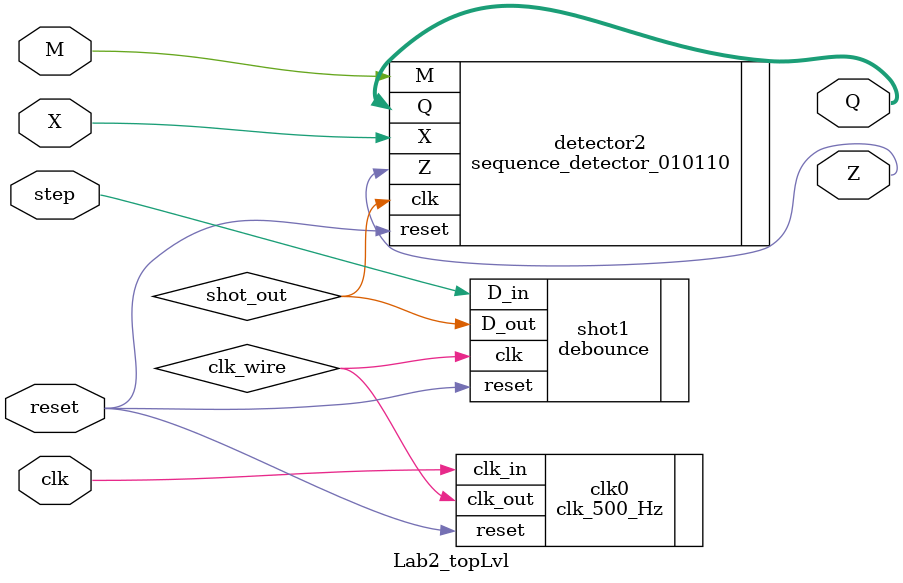
<source format=v>
`timescale 1ns / 1ps
module Lab2_topLvl(clk,reset,step,X,M,Z,Q);

	//initialize Input and Outputs
	input clk, reset, step, X, M;
	output Z;
	output wire[2:0]Q;
	
	
	
	
	//temporary wires that pass data from clk divider module 
	//into one-shot module and from one shot to shift register module
	wire clk_wire;
	wire shot_out;
	
	//Instantiates the clock divider to produce 500Hz clock(default clk is 100MHz)
	clk_500_Hz clk0(.clk_in(clk),.reset(reset),.clk_out(clk_wire));
	
	//Instantiates the one shot to produce one positive edge clock tick
	debounce shot1(.clk(clk_wire),.reset(reset),.D_in(step),.D_out(shot_out));
	
	//Instantiates the sequence detector to produce the FSM using both Moore and Mealy
	sequence_detector_010110 detector2(.clk(shot_out),.reset(reset),.X(X),
												  .M(M),			  .Z(Z),			 .Q(Q));

	
	
endmodule //end of Lab2 top lvl

</source>
